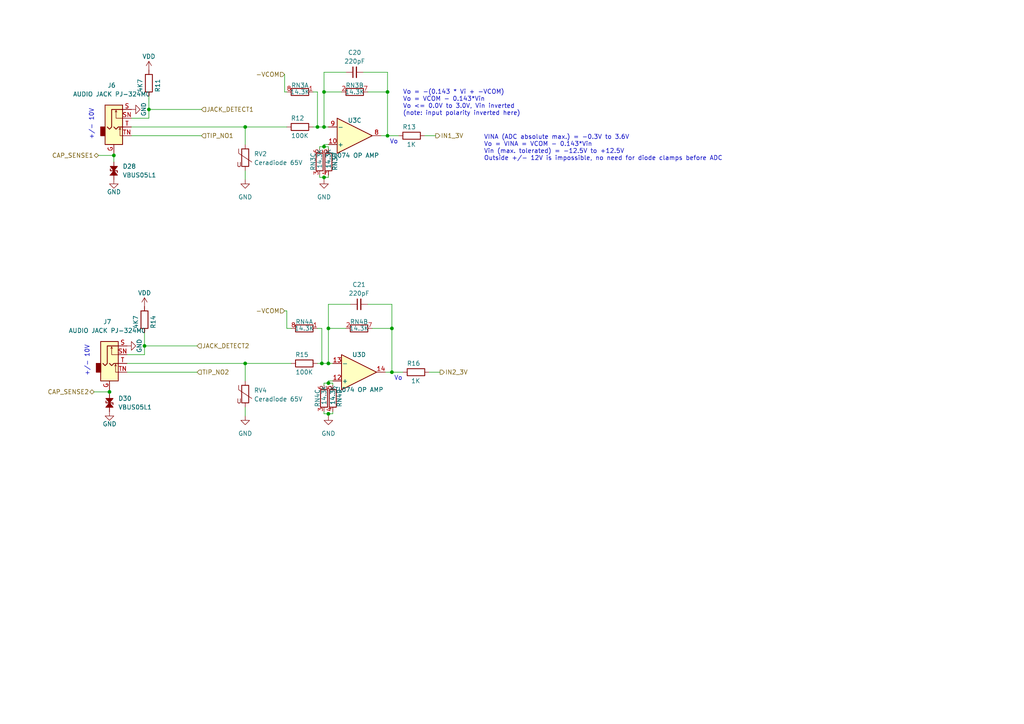
<source format=kicad_sch>
(kicad_sch (version 20250114) (generator "eeschema") (generator_version "9.0")
  (paper "A4")
  (lib_symbols
    (symbol "Amplifier_Operational:TL074" (pin_names (offset 0.127))
      (property "Reference" "U" (at 0 5.08 0))
      (property "Value" "TL074" (at 0 -5.08 0))
      (symbol "TL074_1_1"
        (polyline (pts (xy -5.08 5.08) (xy 5.08 0) (xy -5.08 -5.08) (xy -5.08 5.08)) (stroke (width 0.254)) (fill (type background)))
        (pin input line (at -7.62 2.54 0) (length 2.54) (name "+") (number "3"))
        (pin input line (at -7.62 -2.54 0) (length 2.54) (name "-") (number "2"))
        (pin output line (at 7.62 0 180) (length 2.54) (name "~") (number "1"))
      )
      (symbol "TL074_2_1"
        (polyline (pts (xy -5.08 5.08) (xy 5.08 0) (xy -5.08 -5.08) (xy -5.08 5.08)) (stroke (width 0.254)) (fill (type background)))
        (pin input line (at -7.62 2.54 0) (length 2.54) (name "+") (number "5"))
        (pin input line (at -7.62 -2.54 0) (length 2.54) (name "-") (number "6"))
        (pin output line (at 7.62 0 180) (length 2.54) (name "~") (number "7"))
      )
      (symbol "TL074_3_1"
        (polyline (pts (xy -5.08 5.08) (xy 5.08 0) (xy -5.08 -5.08) (xy -5.08 5.08)) (stroke (width 0.254)) (fill (type background)))
        (pin input line (at -7.62 2.54 0) (length 2.54) (name "+") (number "10"))
        (pin input line (at -7.62 -2.54 0) (length 2.54) (name "-") (number "9"))
        (pin output line (at 7.62 0 180) (length 2.54) (name "~") (number "8"))
      )
      (symbol "TL074_4_1"
        (polyline (pts (xy -5.08 5.08) (xy 5.08 0) (xy -5.08 -5.08) (xy -5.08 5.08)) (stroke (width 0.254)) (fill (type background)))
        (pin input line (at -7.62 2.54 0) (length 2.54) (name "+") (number "12"))
        (pin input line (at -7.62 -2.54 0) (length 2.54) (name "-") (number "13"))
        (pin output line (at 7.62 0 180) (length 2.54) (name "~") (number "14"))
      )
      (symbol "TL074_5_1"
        (pin power_in line (at -2.54 7.62 270) (length 3.81) (name "V+") (number "4"))
        (pin power_in line (at -2.54 -7.62 90) (length 3.81) (name "V-") (number "11"))
      )
    )
    (symbol "Connector:AudioJack2_Ground_Switch"
      (property "Reference" "J" (at 0 11.43 0))
      (property "Value" "AudioJack2_Ground_Switch" (at 0 8.89 0))
      (symbol "AudioJack2_Ground_Switch_0_1"
        (rectangle (start -2.54 -2.54) (end -3.81 0) (stroke (width 0.254)) (fill (type outline)))
        (rectangle (start 2.54 6.35) (end -2.54 -5.08) (stroke (width 0.254)) (fill (type background)))
      )
      (symbol "AudioJack2_Ground_Switch_1_1"
        (polyline (pts (xy 0 0) (xy 0.635 -0.635) (xy 1.27 0) (xy 2.54 0)) (stroke (width 0.254)))
        (polyline (pts (xy 0.635 4.826) (xy 0.889 4.318)))
        (polyline (pts (xy 1.778 -0.254) (xy 2.032 -0.762)))
        (polyline (pts (xy 2.54 5.08) (xy -0.635 5.08) (xy -0.635 0) (xy -1.27 -0.635) (xy -1.905 0)) (stroke (width 0.254)))
        (polyline (pts (xy 2.54 2.54) (xy 0.635 2.54) (xy 0.635 4.826) (xy 0.381 4.318)))
        (polyline (pts (xy 2.54 -2.54) (xy 1.778 -2.54) (xy 1.778 -0.254) (xy 1.524 -0.762)))
        (pin passive line (at 0 -7.62 90) (length 2.54) (name "~") (number "G"))
        (pin passive line (at 5.08 5.08 180) (length 2.54) (name "~") (number "S"))
        (pin passive line (at 5.08 2.54 180) (length 2.54) (name "~") (number "SN"))
        (pin passive line (at 5.08 0 180) (length 2.54) (name "~") (number "T"))
        (pin passive line (at 5.08 -2.54 180) (length 2.54) (name "~") (number "TN"))
      )
    )
    (symbol "Device:C_Small" (pin_numbers (hide yes)) (pin_names (offset 0.254) (hide yes))
      (property "Reference" "C" (at 0.254 1.778 0))
      (property "Value" "C_Small" (at 0.254 -2.032 0))
      (symbol "C_Small_0_1"
        (polyline (pts (xy -1.524 0.508) (xy 1.524 0.508)) (stroke (width 0.3048)))
        (polyline (pts (xy -1.524 -0.508) (xy 1.524 -0.508)) (stroke (width 0.3302)))
      )
      (symbol "C_Small_1_1"
        (pin passive line (at 0 2.54 270) (length 2.032) (name "~") (number "1"))
        (pin passive line (at 0 -2.54 90) (length 2.032) (name "~") (number "2"))
      )
    )
    (symbol "Device:D_TVS_Small_Filled" (pin_numbers (hide yes)) (pin_names (offset 1.016) (hide yes))
      (property "Reference" "D" (at 0 2.54 0))
      (property "Value" "D_TVS_Small_Filled" (at 0 -2.54 0))
      (symbol "D_TVS_Small_Filled_0_1"
        (polyline (pts (xy -1.27 0) (xy 1.27 0)))
        (polyline (pts (xy 0.508 1.016) (xy 0 1.016) (xy 0 -1.016) (xy -0.508 -1.016)) (stroke (width 0.254)))
      )
      (symbol "D_TVS_Small_Filled_1_1"
        (polyline (pts (xy -1.27 1.016) (xy -1.27 -1.016) (xy 0 0) (xy -1.27 1.016)) (stroke (width 0.254)) (fill (type outline)))
        (polyline (pts (xy 0 0) (xy 1.27 1.016) (xy 1.27 -1.016) (xy 0 0)) (stroke (width 0.254)) (fill (type outline)))
        (pin passive line (at -2.54 0 0) (length 1.27) (name "A1") (number "1"))
        (pin passive line (at 2.54 0 180) (length 1.27) (name "A2") (number "2"))
      )
    )
    (symbol "Device:R" (pin_numbers (hide yes)) (pin_names (offset 0))
      (property "Reference" "R" (at 2.032 0 90))
      (property "Value" "R" (at 0 0 90))
      (symbol "R_0_1"
        (rectangle (start -1.016 -2.54) (end 1.016 2.54) (stroke (width 0.254)))
      )
      (symbol "R_1_1"
        (pin passive line (at 0 3.81 270) (length 1.27) (name "~") (number "1"))
        (pin passive line (at 0 -3.81 90) (length 1.27) (name "~") (number "2"))
      )
    )
    (symbol "Device:R_Pack04_Split" (pin_names (offset 0) (hide yes))
      (property "Reference" "RN" (at 2.032 0 90))
      (property "Value" "R_Pack04_Split" (at 0 0 90))
      (symbol "R_Pack04_Split_0_1"
        (rectangle (start 1.016 2.54) (end -1.016 -2.54) (stroke (width 0.254)))
      )
      (symbol "R_Pack04_Split_1_1"
        (pin passive line (at 0 3.81 270) (length 1.27) (name "R1.2") (number "8"))
        (pin passive line (at 0 -3.81 90) (length 1.27) (name "R1.1") (number "1"))
      )
      (symbol "R_Pack04_Split_2_1"
        (pin passive line (at 0 3.81 270) (length 1.27) (name "R2.2") (number "7"))
        (pin passive line (at 0 -3.81 90) (length 1.27) (name "R2.1") (number "2"))
      )
      (symbol "R_Pack04_Split_3_1"
        (pin passive line (at 0 3.81 270) (length 1.27) (name "R3.2") (number "6"))
        (pin passive line (at 0 -3.81 90) (length 1.27) (name "R3.1") (number "3"))
      )
      (symbol "R_Pack04_Split_4_1"
        (pin passive line (at 0 3.81 270) (length 1.27) (name "R4.2") (number "5"))
        (pin passive line (at 0 -3.81 90) (length 1.27) (name "R4.1") (number "4"))
      )
    )
    (symbol "Device:Varistor" (pin_numbers (hide yes)) (pin_names (offset 0))
      (property "Reference" "RV" (at 3.175 0 90))
      (property "Value" "Varistor" (at -3.175 0 90))
      (symbol "Varistor_0_0"
        (text "U" (at -1.778 -2.032 0) (effects (font (size 1.27 1.27))))
      )
      (symbol "Varistor_0_1"
        (polyline (pts (xy -1.905 2.54) (xy -1.905 1.27) (xy 1.905 -1.27)))
        (rectangle (start -1.016 -2.54) (end 1.016 2.54) (stroke (width 0.254)))
      )
      (symbol "Varistor_1_1"
        (pin passive line (at 0 3.81 270) (length 1.27) (name "~") (number "1"))
        (pin passive line (at 0 -3.81 90) (length 1.27) (name "~") (number "2"))
      )
    )
    (symbol "power:GND" (power) (pin_names (offset 0))
      (property "Value" "GND" (at 0 -3.81 0))
      (symbol "GND_0_1"
        (polyline (pts (xy 0 0) (xy 0 -1.27) (xy 1.27 -1.27) (xy 0 -2.54) (xy -1.27 -1.27) (xy 0 -1.27)))
      )
      (symbol "GND_1_1"
        (pin power_in line (at 0 0 270) (length 0) (hide yes) (name "GND") (number "1"))
      )
    )
    (symbol "power:VDD" (power) (pin_names (offset 0))
      (property "Value" "VDD" (at 0 3.81 0))
      (symbol "VDD_0_1"
        (polyline (pts (xy -0.762 1.27) (xy 0 2.54)))
        (polyline (pts (xy 0 2.54) (xy 0.762 1.27)))
        (polyline (pts (xy 0 0) (xy 0 2.54)))
      )
      (symbol "VDD_1_1"
        (pin power_in line (at 0 0 90) (length 0) (hide yes) (name "VDD") (number "1"))
      )
    )
  )
  (text "+/- 10V" (at 27.305 40.64 90) (effects (font (size 1.27 1.27)) (justify left bottom)))
  (text "Vo = -(0.143 * Vi + -VCOM)\nVo = VCOM - 0.143*Vin\nVo <= 0.0V to 3.0V, Vin inverted\n(note: input polarity inverted here)" (at 116.84 33.655 0) (effects (font (size 1.27 1.27)) (justify left bottom)))
  (text "VINA (ADC absolute max.) = -0.3V to 3.6V\nVo = VINA = VCOM - 0.143*Vin\nVin (max. tolerated) = -12.5V to +12.5V\nOutside +/- 12V is impossible, no need for diode clamps before ADC" (at 140.335 46.736 0) (effects (font (size 1.27 1.27)) (justify left bottom)))
  (text "+/- 10V" (at 26.035 109.22 90) (effects (font (size 1.27 1.27)) (justify left bottom)))
  (text "Vo" (at 113.03 41.91 0) (effects (font (size 1.27 1.27)) (justify left bottom)))
  (text "Vo" (at 114.3 110.49 0) (effects (font (size 1.27 1.27)) (justify left bottom)))
  (junction (at 95.25 95.25))
  (junction (at 113.665 95.25))
  (junction (at 33.02 45.085))
  (junction (at 95.25 120.015))
  (junction (at 113.665 107.95))
  (junction (at 31.75 113.665))
  (junction (at 92.075 36.83))
  (junction (at 93.345 105.41))
  (junction (at 71.12 105.41))
  (junction (at 112.395 39.37))
  (junction (at 95.25 111.125))
  (junction (at 93.98 42.545))
  (junction (at 43.18 31.75))
  (junction (at 112.395 26.67))
  (junction (at 93.98 36.83))
  (junction (at 41.91 100.33))
  (junction (at 93.98 26.67))
  (junction (at 93.98 51.435))
  (junction (at 95.25 105.41))
  (junction (at 71.12 36.83))
  (wire (pts (xy 31.75 113.03) (xy 31.75 113.665)))
  (wire (pts (xy 107.95 95.25) (xy 113.665 95.25)))
  (wire (pts (xy 71.12 36.83) (xy 71.12 41.91)))
  (wire (pts (xy 92.075 36.83) (xy 93.98 36.83)))
  (wire (pts (xy 95.25 88.265) (xy 101.6 88.265)))
  (wire (pts (xy 93.98 111.125) (xy 93.98 111.76)))
  (wire (pts (xy 93.98 36.83) (xy 93.98 26.67)))
  (wire (pts (xy 71.12 105.41) (xy 71.12 110.49)))
  (wire (pts (xy 93.98 20.955) (xy 100.33 20.955)))
  (wire (pts (xy 41.91 100.33) (xy 41.91 96.52)))
  (wire (pts (xy 96.52 111.76) (xy 96.52 111.125)))
  (wire (pts (xy 96.52 120.015) (xy 96.52 119.38)))
  (wire (pts (xy 93.98 120.015) (xy 95.25 120.015)))
  (wire (pts (xy 92.71 50.8) (xy 92.71 51.435)))
  (wire (pts (xy 93.98 26.67) (xy 99.06 26.67)))
  (wire (pts (xy 28.575 45.085) (xy 33.02 45.085)))
  (wire (pts (xy 95.25 95.25) (xy 95.25 88.265)))
  (wire (pts (xy 92.075 105.41) (xy 93.345 105.41)))
  (wire (pts (xy 92.075 26.67) (xy 92.075 36.83)))
  (wire (pts (xy 31.75 113.665) (xy 31.75 114.3)))
  (wire (pts (xy 95.25 120.015) (xy 95.25 120.65)))
  (wire (pts (xy 95.25 42.545) (xy 93.98 42.545)))
  (wire (pts (xy 93.345 105.41) (xy 95.25 105.41)))
  (wire (pts (xy 93.98 119.38) (xy 93.98 120.015)))
  (wire (pts (xy 38.1 36.83) (xy 71.12 36.83)))
  (wire (pts (xy 96.52 111.125) (xy 95.25 111.125)))
  (wire (pts (xy 95.25 110.49) (xy 95.25 111.125)))
  (wire (pts (xy 38.1 39.37) (xy 58.42 39.37)))
  (wire (pts (xy 113.665 95.25) (xy 113.665 107.95)))
  (wire (pts (xy 105.41 20.955) (xy 112.395 20.955)))
  (wire (pts (xy 112.395 39.37) (xy 115.57 39.37)))
  (wire (pts (xy 82.55 26.67) (xy 83.185 26.67)))
  (wire (pts (xy 93.98 41.91) (xy 95.25 41.91)))
  (wire (pts (xy 95.25 111.125) (xy 93.98 111.125)))
  (wire (pts (xy 71.12 105.41) (xy 84.455 105.41)))
  (wire (pts (xy 123.19 39.37) (xy 126.365 39.37)))
  (wire (pts (xy 93.98 51.435) (xy 95.25 51.435)))
  (wire (pts (xy 93.98 41.91) (xy 93.98 42.545)))
  (wire (pts (xy 71.12 36.83) (xy 83.185 36.83)))
  (wire (pts (xy 83.185 95.25) (xy 84.455 95.25)))
  (wire (pts (xy 41.91 102.87) (xy 36.83 102.87)))
  (wire (pts (xy 106.68 26.67) (xy 112.395 26.67)))
  (wire (pts (xy 95.25 51.435) (xy 95.25 50.8)))
  (wire (pts (xy 95.25 105.41) (xy 96.52 105.41)))
  (wire (pts (xy 124.46 107.95) (xy 127.635 107.95)))
  (wire (pts (xy 95.25 95.25) (xy 100.33 95.25)))
  (wire (pts (xy 106.68 88.265) (xy 113.665 88.265)))
  (wire (pts (xy 33.02 45.085) (xy 33.02 46.99)))
  (wire (pts (xy 90.805 36.83) (xy 92.075 36.83)))
  (wire (pts (xy 36.83 107.95) (xy 57.15 107.95)))
  (wire (pts (xy 93.345 95.25) (xy 93.345 105.41)))
  (wire (pts (xy 113.665 107.95) (xy 116.84 107.95)))
  (wire (pts (xy 43.18 31.75) (xy 43.18 27.94)))
  (wire (pts (xy 41.91 102.87) (xy 41.91 100.33)))
  (wire (pts (xy 95.25 110.49) (xy 96.52 110.49)))
  (wire (pts (xy 71.12 118.11) (xy 71.12 120.65)))
  (wire (pts (xy 112.395 20.955) (xy 112.395 26.67)))
  (wire (pts (xy 71.12 49.53) (xy 71.12 52.07)))
  (wire (pts (xy 90.805 26.67) (xy 92.075 26.67)))
  (wire (pts (xy 95.25 105.41) (xy 95.25 95.25)))
  (wire (pts (xy 93.98 36.83) (xy 95.25 36.83)))
  (wire (pts (xy 43.18 34.29) (xy 43.18 31.75)))
  (wire (pts (xy 93.98 42.545) (xy 92.71 42.545)))
  (wire (pts (xy 57.15 100.33) (xy 41.91 100.33)))
  (wire (pts (xy 36.83 105.41) (xy 71.12 105.41)))
  (wire (pts (xy 93.98 51.435) (xy 93.98 52.07)))
  (wire (pts (xy 93.98 26.67) (xy 93.98 20.955)))
  (wire (pts (xy 43.18 34.29) (xy 38.1 34.29)))
  (wire (pts (xy 82.55 21.59) (xy 82.55 26.67)))
  (wire (pts (xy 58.42 31.75) (xy 43.18 31.75)))
  (wire (pts (xy 112.395 26.67) (xy 112.395 39.37)))
  (wire (pts (xy 95.25 120.015) (xy 96.52 120.015)))
  (wire (pts (xy 82.55 90.17) (xy 83.185 90.17)))
  (wire (pts (xy 113.665 88.265) (xy 113.665 95.25)))
  (wire (pts (xy 27.305 113.665) (xy 31.75 113.665)))
  (wire (pts (xy 92.71 42.545) (xy 92.71 43.18)))
  (wire (pts (xy 33.02 44.45) (xy 33.02 45.085)))
  (wire (pts (xy 92.71 51.435) (xy 93.98 51.435)))
  (wire (pts (xy 111.76 107.95) (xy 113.665 107.95)))
  (wire (pts (xy 92.075 95.25) (xy 93.345 95.25)))
  (wire (pts (xy 110.49 39.37) (xy 112.395 39.37)))
  (wire (pts (xy 95.25 43.18) (xy 95.25 42.545)))
  (wire (pts (xy 83.185 90.17) (xy 83.185 95.25)))
  (hierarchical_label "JACK_DETECT2" (shape input) (at 57.15 100.33 0))
  (hierarchical_label "-VCOM" (shape input) (at 82.55 21.59 180))
  (hierarchical_label "TIP_NO1" (shape input) (at 58.42 39.37 0))
  (hierarchical_label "IN1_3V" (shape output) (at 126.365 39.37 0))
  (hierarchical_label "JACK_DETECT1" (shape input) (at 58.42 31.75 0))
  (hierarchical_label "TIP_NO2" (shape input) (at 57.15 107.95 0))
  (hierarchical_label "IN2_3V" (shape output) (at 127.635 107.95 0))
  (hierarchical_label "CAP_SENSE1" (shape bidirectional) (at 28.575 45.085 180))
  (hierarchical_label "-VCOM" (shape input) (at 82.55 90.17 180))
  (hierarchical_label "CAP_SENSE2" (shape bidirectional) (at 27.305 113.665 180))
  (symbol (lib_id "Device:R_Pack04_Split") (at 104.14 95.25 270) (unit 2)
    (property "Reference" "RN2" (at 104.14 93.345 90))
    (property "Value" "14.3K" (at 104.14 95.25 90))
    (property "Footprint" "Resistor_SMD:R_Array_Convex_4x0402" (effects (hide yes)))
    (property "mfg#" "YC124-FR-0714K3L" (effects (hide yes)))
    (property "lcsc#" "C728708" (effects (hide yes)))
    (instances (project "eurorack-pmod-pcb" (path "" (reference "RN4") (unit 2)) (path "" (reference "RN2") (unit 2))))
  )
  (symbol (lib_id "Amplifier_Operational:TL074") (at 102.87 39.37 0) (mirror x) (unit 1)
    (property "Reference" "U3" (at 102.87 34.925 0))
    (property "Value" "TL074 OP AMP" (at 102.87 45.085 0))
    (property "Footprint" "Package_SO:SOIC-14_3.9x8.7mm_P1.27mm" (effects (hide yes)))
    (property "Datasheet" "http://www.ti.com/lit/ds/symlink/tl071.pdf" (effects (hide yes)))
    (property "dig#" "497-2204-1-ND" (effects (hide yes)))
    (property "mfg#" "TL074CDT" (effects (hide yes)))
    (property "lcsc#" "C6963" (effects (hide yes)))
    (instances (project "eurorack-pmod-pcb" (path "" (reference "U3") (unit 3)) (path "" (reference "U3") (unit 1))))
  )
  (symbol (lib_id "Device:C_Small") (at 104.14 88.265 90) (unit 1)
    (property "Reference" "C19" (at 104.14 82.55 90))
    (property "Value" "220pF" (at 104.14 85.09 90))
    (property "Footprint" "Capacitor_SMD:C_0402_1005Metric" (effects (hide yes)))
    (property "Datasheet" "https://datasheet.lcsc.com/lcsc/1811081614_Murata-Electronics-GRM1555C1H221JA01D_C71693.pdf" (effects (hide yes)))
    (property "lcsc#" "C71693" (effects (hide yes)))
    (property "mfg#" "GRM1555C1H221JA01D" (effects (hide yes)))
    (instances (project "eurorack-pmod-pcb" (path "" (reference "C21") (unit 1)) (path "" (reference "C19") (unit 1))))
  )
  (symbol (lib_id "power:GND") (at 31.75 119.38 0) (unit 1)
    (property "Reference" "#PWR0131" (effects (hide yes)))
    (property "Value" "GND" (at 29.7336 122.9672 0) (effects (justify left)))
    (instances (project "eurorack-pmod-pcb" (path "" (reference "#PWR0132") (unit 1)) (path "" (reference "#PWR0131") (unit 1))))
  )
  (symbol (lib_id "Connector:AudioJack2_Ground_Switch") (at 33.02 36.83 0) (unit 1)
    (property "Reference" "J4" (at 32.385 24.765 0))
    (property "Value" "AUDIO JACK PJ-324M0" (at 32.385 27.305 0))
    (property "Footprint" "AudioJacksFixed:pj324m" (effects (hide yes)))
    (property "Datasheet" "https://datasheet.lcsc.com/lcsc/2110120730_XKB-Connectivity-PJ-324M0_C2884986.pdf" (effects (hide yes)))
    (property "lcsc#" "C2884986" (effects (hide yes)))
    (property "mfg#" "PJ-324M0" (effects (hide yes)))
    (instances (project "eurorack-pmod-pcb" (path "" (reference "J6") (unit 1)) (path "" (reference "J4") (unit 1))))
  )
  (symbol (lib_id "Device:Varistor") (at 71.12 114.3 0) (unit 1)
    (property "Reference" "RV3" (at 73.66 113.2232 0) (effects (justify left)))
    (property "Value" "Ceradiode 65V" (at 73.66 115.7632 0) (effects (justify left)))
    (property "Footprint" "Capacitor_SMD:C_0603_1608Metric" (effects (hide yes)))
    (property "Description" "TDK B72500D0160H060 Ceradiode" (effects (hide yes)))
    (property "lcsc#" "C210791" (effects (hide yes)))
    (instances (project "eurorack-pmod-pcb" (path "" (reference "RV4") (unit 1)) (path "" (reference "RV3") (unit 1))))
  )
  (symbol (lib_id "Device:R") (at 43.18 24.13 0) (mirror x) (unit 1)
    (property "Reference" "R5" (at 45.72 22.86 90) (effects (justify left)))
    (property "Value" "4K7" (at 40.64 22.86 90) (effects (justify left)))
    (property "Footprint" "Resistor_SMD:R_0402_1005Metric" (effects (hide yes)))
    (property "Datasheet" "https://datasheet.lcsc.com/lcsc/1809041728_YAGEO-RC0402FR-074K7L_C105871.pdf" (effects (hide yes)))
    (property "lcsc#" "C105871" (effects (hide yes)))
    (property "mfg#" "RC0402FR-074K7L" (effects (hide yes)))
    (instances (project "eurorack-pmod-pcb" (path "" (reference "R11") (unit 1)) (path "" (reference "R5") (unit 1))))
  )
  (symbol (lib_id "Device:R_Pack04_Split") (at 92.71 46.99 0) (unit 3)
    (property "Reference" "RN1" (at 90.805 49.53 90) (effects (justify left)))
    (property "Value" "14.3K" (at 92.71 48.895 90) (effects (justify left)))
    (property "Footprint" "Resistor_SMD:R_Array_Convex_4x0402" (effects (hide yes)))
    (property "mfg#" "YC124-FR-0714K3L" (effects (hide yes)))
    (property "lcsc#" "C728708" (effects (hide yes)))
    (instances (project "eurorack-pmod-pcb" (path "" (reference "RN3") (unit 3)) (path "" (reference "RN1") (unit 3))))
  )
  (symbol (lib_id "power:GND") (at 71.12 52.07 0) (unit 1)
    (property "Reference" "#PWR0121" (effects (hide yes)))
    (property "Value" "GND" (at 71.12 57.15 0))
    (instances (project "eurorack-pmod-pcb" (path "" (reference "#PWR0122") (unit 1)) (path "" (reference "#PWR0121") (unit 1))))
  )
  (symbol (lib_id "Device:R") (at 86.995 36.83 90) (unit 1)
    (property "Reference" "R6" (at 88.265 34.29 90) (effects (justify left)))
    (property "Value" "100K" (at 89.535 39.37 90) (effects (justify left)))
    (property "Footprint" "Resistor_SMD:R_0603_1608Metric" (effects (hide yes)))
    (property "Datasheet" "https://datasheet.lcsc.com/lcsc/1810182020_YAGEO-RC0603FR-071KL_C22548.pdf" (effects (hide yes)))
    (property "lcsc#" "C14675" (effects (hide yes)))
    (property "mfg#" "RC0603FR-07100KL" (effects (hide yes)))
    (instances (project "eurorack-pmod-pcb" (path "" (reference "R12") (unit 1)) (path "" (reference "R6") (unit 1))))
  )
  (symbol (lib_id "power:GND") (at 33.02 52.07 0) (unit 1)
    (property "Reference" "#PWR0129" (effects (hide yes)))
    (property "Value" "GND" (at 31.0036 55.6572 0) (effects (justify left)))
    (instances (project "eurorack-pmod-pcb" (path "" (reference "#PWR0130") (unit 1)) (path "" (reference "#PWR0129") (unit 1))))
  )
  (symbol (lib_id "Device:R_Pack04_Split") (at 86.995 26.67 90) (unit 1)
    (property "Reference" "RN1" (at 86.995 24.765 90))
    (property "Value" "14.3K" (at 86.995 26.67 90))
    (property "Footprint" "Resistor_SMD:R_Array_Convex_4x0402" (effects (hide yes)))
    (property "mfg#" "YC124-FR-0714K3L" (effects (hide yes)))
    (property "lcsc#" "C728708" (effects (hide yes)))
    (instances (project "eurorack-pmod-pcb" (path "" (reference "RN3") (unit 1)) (path "" (reference "RN1") (unit 1))))
  )
  (symbol (lib_id "Device:D_TVS_Small_Filled") (at 33.02 49.53 90) (unit 1)
    (property "Reference" "D27" (at 35.56 48.2599 90) (effects (justify right)))
    (property "Value" "VBUS05L1" (at 35.56 50.7999 90) (effects (justify right)))
    (property "Footprint" "LLP1006-2M:VISHAY-LLP1006-2M" (effects (hide yes)))
    (property "Description" "Bidirectional transient-voltage-suppression diode, small symbol, filled shape" (effects (hide yes)))
    (property "lcsc#" "C2649891" (effects (hide yes)))
    (instances (project "" (path "" (reference "D28") (unit 1)) (path "" (reference "D27") (unit 1))))
  )
  (symbol (lib_id "power:GND") (at 93.98 52.07 0) (unit 1)
    (property "Reference" "#PWR066" (effects (hide yes)))
    (property "Value" "GND" (at 93.98 57.15 0))
    (instances (project "eurorack-pmod-pcb" (path "" (reference "#PWR074") (unit 1)) (path "" (reference "#PWR066") (unit 1))))
  )
  (symbol (lib_id "Connector:AudioJack2_Ground_Switch") (at 31.75 105.41 0) (unit 1)
    (property "Reference" "J5" (at 31.115 93.345 0))
    (property "Value" "AUDIO JACK PJ-324M0" (at 31.115 95.885 0))
    (property "Footprint" "AudioJacksFixed:pj324m" (effects (hide yes)))
    (property "Datasheet" "https://datasheet.lcsc.com/lcsc/2110120730_XKB-Connectivity-PJ-324M0_C2884986.pdf" (effects (hide yes)))
    (property "lcsc#" "C2884986" (effects (hide yes)))
    (property "mfg#" "PJ-324M0" (effects (hide yes)))
    (instances (project "eurorack-pmod-pcb" (path "" (reference "J7") (unit 1)) (path "" (reference "J5") (unit 1))))
  )
  (symbol (lib_id "Device:R_Pack04_Split") (at 96.52 115.57 0) (unit 4)
    (property "Reference" "RN2" (at 98.425 118.11 90) (effects (justify left)))
    (property "Value" "14.3K" (at 96.52 117.475 90) (effects (justify left)))
    (property "Footprint" "Resistor_SMD:R_Array_Convex_4x0402" (effects (hide yes)))
    (property "mfg#" "YC124-FR-0714K3L" (effects (hide yes)))
    (property "lcsc#" "C728708" (effects (hide yes)))
    (instances (project "eurorack-pmod-pcb" (path "" (reference "RN4") (unit 4)) (path "" (reference "RN2") (unit 4))))
  )
  (symbol (lib_id "Device:R_Pack04_Split") (at 88.265 95.25 90) (unit 1)
    (property "Reference" "RN2" (at 88.265 93.345 90))
    (property "Value" "14.3K" (at 88.265 95.25 90))
    (property "Footprint" "Resistor_SMD:R_Array_Convex_4x0402" (effects (hide yes)))
    (property "mfg#" "YC124-FR-0714K3L" (effects (hide yes)))
    (property "lcsc#" "C728708" (effects (hide yes)))
    (instances (project "eurorack-pmod-pcb" (path "" (reference "RN4") (unit 1)) (path "" (reference "RN2") (unit 1))))
  )
  (symbol (lib_id "Device:R_Pack04_Split") (at 93.98 115.57 0) (unit 3)
    (property "Reference" "RN2" (at 92.075 118.11 90) (effects (justify left)))
    (property "Value" "14.3K" (at 93.98 117.475 90) (effects (justify left)))
    (property "Footprint" "Resistor_SMD:R_Array_Convex_4x0402" (effects (hide yes)))
    (property "mfg#" "YC124-FR-0714K3L" (effects (hide yes)))
    (property "lcsc#" "C728708" (effects (hide yes)))
    (instances (project "eurorack-pmod-pcb" (path "" (reference "RN4") (unit 3)) (path "" (reference "RN2") (unit 3))))
  )
  (symbol (lib_id "power:GND") (at 36.83 100.33 90) (unit 1)
    (property "Reference" "#PWR068" (effects (hide yes)))
    (property "Value" "GND" (at 40.4172 102.3464 0) (effects (justify left)))
    (instances (project "eurorack-pmod-pcb" (path "" (reference "#PWR076") (unit 1)) (path "" (reference "#PWR068") (unit 1))))
  )
  (symbol (lib_id "Device:R_Pack04_Split") (at 102.87 26.67 270) (unit 2)
    (property "Reference" "RN1" (at 102.87 24.765 90))
    (property "Value" "14.3K" (at 102.87 26.67 90))
    (property "Footprint" "Resistor_SMD:R_Array_Convex_4x0402" (effects (hide yes)))
    (property "mfg#" "YC124-FR-0714K3L" (effects (hide yes)))
    (property "lcsc#" "C728708" (effects (hide yes)))
    (instances (project "eurorack-pmod-pcb" (path "" (reference "RN3") (unit 2)) (path "" (reference "RN1") (unit 2))))
  )
  (symbol (lib_id "Device:R_Pack04_Split") (at 95.25 46.99 0) (unit 4)
    (property "Reference" "RN1" (at 97.155 49.53 90) (effects (justify left)))
    (property "Value" "14.3K" (at 95.25 48.895 90) (effects (justify left)))
    (property "Footprint" "Resistor_SMD:R_Array_Convex_4x0402" (effects (hide yes)))
    (property "mfg#" "YC124-FR-0714K3L" (effects (hide yes)))
    (property "lcsc#" "C728708" (effects (hide yes)))
    (instances (project "eurorack-pmod-pcb" (path "" (reference "RN3") (unit 4)) (path "" (reference "RN1") (unit 4))))
  )
  (symbol (lib_id "power:GND") (at 71.12 120.65 0) (unit 1)
    (property "Reference" "#PWR0123" (effects (hide yes)))
    (property "Value" "GND" (at 71.12 125.73 0))
    (instances (project "eurorack-pmod-pcb" (path "" (reference "#PWR0124") (unit 1)) (path "" (reference "#PWR0123") (unit 1))))
  )
  (symbol (lib_id "Device:R") (at 88.265 105.41 90) (unit 1)
    (property "Reference" "R9" (at 89.535 102.87 90) (effects (justify left)))
    (property "Value" "100K" (at 90.805 107.95 90) (effects (justify left)))
    (property "Footprint" "Resistor_SMD:R_0603_1608Metric" (effects (hide yes)))
    (property "Datasheet" "https://datasheet.lcsc.com/lcsc/1810182020_YAGEO-RC0603FR-071KL_C22548.pdf" (effects (hide yes)))
    (property "lcsc#" "C14675" (effects (hide yes)))
    (property "mfg#" "RC0603FR-07100KL" (effects (hide yes)))
    (instances (project "eurorack-pmod-pcb" (path "" (reference "R15") (unit 1)) (path "" (reference "R9") (unit 1))))
  )
  (symbol (lib_id "Amplifier_Operational:TL074") (at 104.14 107.95 0) (mirror x) (unit 2)
    (property "Reference" "U3" (at 104.14 102.87 0))
    (property "Value" "TL074 OP AMP" (at 104.14 113.03 0))
    (property "Footprint" "Package_SO:SOIC-14_3.9x8.7mm_P1.27mm" (effects (hide yes)))
    (property "Datasheet" "http://www.ti.com/lit/ds/symlink/tl071.pdf" (effects (hide yes)))
    (property "dig#" "497-2204-1-ND" (effects (hide yes)))
    (property "mfg#" "TL074CDT" (effects (hide yes)))
    (property "lcsc#" "C6963" (effects (hide yes)))
    (instances (project "eurorack-pmod-pcb" (path "" (reference "U3") (unit 4)) (path "" (reference "U3") (unit 2))))
  )
  (symbol (lib_id "power:VDD") (at 41.91 88.9 0) (unit 1)
    (property "Reference" "#PWR067" (effects (hide yes)))
    (property "Value" "VDD" (at 41.91 84.963 0))
    (instances (project "eurorack-pmod-pcb" (path "" (reference "#PWR075") (unit 1)) (path "" (reference "#PWR067") (unit 1))))
  )
  (symbol (lib_id "Device:R") (at 120.65 107.95 90) (unit 1)
    (property "Reference" "R10" (at 121.92 105.41 90) (effects (justify left)))
    (property "Value" "1K" (at 121.92 110.49 90) (effects (justify left)))
    (property "Footprint" "Resistor_SMD:R_0603_1608Metric" (effects (hide yes)))
    (property "Datasheet" "https://datasheet.lcsc.com/lcsc/1810182020_YAGEO-RC0603FR-071KL_C22548.pdf" (effects (hide yes)))
    (property "lcsc#" "C22548" (effects (hide yes)))
    (property "mfg#" "RC0603FR-071KL" (effects (hide yes)))
    (instances (project "eurorack-pmod-pcb" (path "" (reference "R16") (unit 1)) (path "" (reference "R10") (unit 1))))
  )
  (symbol (lib_id "Device:R") (at 119.38 39.37 90) (unit 1)
    (property "Reference" "R7" (at 120.65 36.83 90) (effects (justify left)))
    (property "Value" "1K" (at 120.65 41.91 90) (effects (justify left)))
    (property "Footprint" "Resistor_SMD:R_0603_1608Metric" (effects (hide yes)))
    (property "Datasheet" "https://datasheet.lcsc.com/lcsc/1810182020_YAGEO-RC0603FR-071KL_C22548.pdf" (effects (hide yes)))
    (property "lcsc#" "C22548" (effects (hide yes)))
    (property "mfg#" "RC0603FR-071KL" (effects (hide yes)))
    (instances (project "eurorack-pmod-pcb" (path "" (reference "R13") (unit 1)) (path "" (reference "R7") (unit 1))))
  )
  (symbol (lib_id "power:GND") (at 95.25 120.65 0) (unit 1)
    (property "Reference" "#PWR070" (effects (hide yes)))
    (property "Value" "GND" (at 95.25 125.73 0))
    (instances (project "eurorack-pmod-pcb" (path "" (reference "#PWR078") (unit 1)) (path "" (reference "#PWR070") (unit 1))))
  )
  (symbol (lib_id "Device:D_TVS_Small_Filled") (at 31.75 116.84 90) (unit 1)
    (property "Reference" "D29" (at 34.29 115.5699 90) (effects (justify right)))
    (property "Value" "VBUS05L1" (at 34.29 118.1099 90) (effects (justify right)))
    (property "Footprint" "LLP1006-2M:VISHAY-LLP1006-2M" (effects (hide yes)))
    (property "Description" "Bidirectional transient-voltage-suppression diode, small symbol, filled shape" (effects (hide yes)))
    (property "lcsc#" "C2649891" (effects (hide yes)))
    (instances (project "eurorack-pmod-pcb" (path "" (reference "D30") (unit 1)) (path "" (reference "D29") (unit 1))))
  )
  (symbol (lib_id "Device:R") (at 41.91 92.71 0) (mirror x) (unit 1)
    (property "Reference" "R8" (at 44.45 91.44 90) (effects (justify left)))
    (property "Value" "4K7" (at 39.37 91.44 90) (effects (justify left)))
    (property "Footprint" "Resistor_SMD:R_0402_1005Metric" (effects (hide yes)))
    (property "Datasheet" "https://datasheet.lcsc.com/lcsc/1809041728_YAGEO-RC0402FR-074K7L_C105871.pdf" (effects (hide yes)))
    (property "lcsc#" "C105871" (effects (hide yes)))
    (property "mfg#" "RC0402FR-074K7L" (effects (hide yes)))
    (instances (project "eurorack-pmod-pcb" (path "" (reference "R14") (unit 1)) (path "" (reference "R8") (unit 1))))
  )
  (symbol (lib_id "power:VDD") (at 43.18 20.32 0) (unit 1)
    (property "Reference" "#PWR063" (effects (hide yes)))
    (property "Value" "VDD" (at 43.18 16.383 0))
    (instances (project "eurorack-pmod-pcb" (path "" (reference "#PWR071") (unit 1)) (path "" (reference "#PWR063") (unit 1))))
  )
  (symbol (lib_id "Device:C_Small") (at 102.87 20.955 90) (unit 1)
    (property "Reference" "C18" (at 102.87 15.24 90))
    (property "Value" "220pF" (at 102.87 17.78 90))
    (property "Footprint" "Capacitor_SMD:C_0402_1005Metric" (effects (hide yes)))
    (property "Datasheet" "https://datasheet.lcsc.com/lcsc/1811081614_Murata-Electronics-GRM1555C1H221JA01D_C71693.pdf" (effects (hide yes)))
    (property "lcsc#" "C71693" (effects (hide yes)))
    (property "mfg#" "GRM1555C1H221JA01D" (effects (hide yes)))
    (instances (project "eurorack-pmod-pcb" (path "" (reference "C20") (unit 1)) (path "" (reference "C18") (unit 1))))
  )
  (symbol (lib_id "power:GND") (at 38.1 31.75 90) (unit 1)
    (property "Reference" "#PWR064" (effects (hide yes)))
    (property "Value" "GND" (at 41.6872 33.7664 0) (effects (justify left)))
    (instances (project "eurorack-pmod-pcb" (path "" (reference "#PWR072") (unit 1)) (path "" (reference "#PWR064") (unit 1))))
  )
  (symbol (lib_id "Device:Varistor") (at 71.12 45.72 0) (unit 1)
    (property "Reference" "RV1" (at 73.66 44.6432 0) (effects (justify left)))
    (property "Value" "Ceradiode 65V" (at 73.66 47.1832 0) (effects (justify left)))
    (property "Footprint" "Capacitor_SMD:C_0603_1608Metric" (effects (hide yes)))
    (property "Description" "TDK B72500D0160H060 Ceradiode" (effects (hide yes)))
    (property "lcsc#" "C210791" (effects (hide yes)))
    (instances (project "" (path "" (reference "RV2") (unit 1)) (path "" (reference "RV1") (unit 1))))
  )
)
</source>
